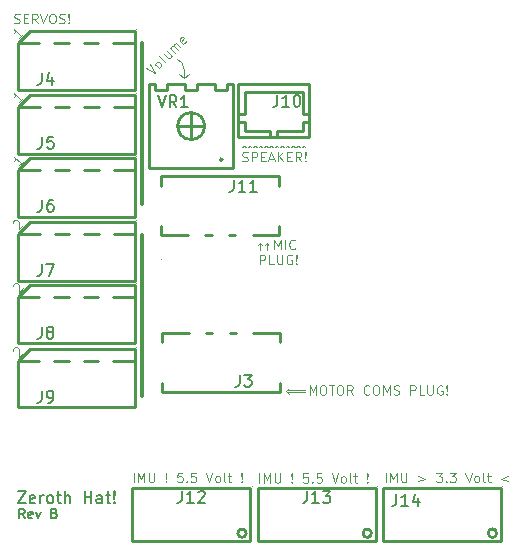
<source format=gto>
G04 #@! TF.GenerationSoftware,KiCad,Pcbnew,7.0.5-0*
G04 #@! TF.CreationDate,2024-12-03T11:17:58-08:00*
G04 #@! TF.ProjectId,MilkVHat,4d696c6b-5648-4617-942e-6b696361645f,rev?*
G04 #@! TF.SameCoordinates,PX5f5e100PY5f5e100*
G04 #@! TF.FileFunction,Legend,Top*
G04 #@! TF.FilePolarity,Positive*
%FSLAX46Y46*%
G04 Gerber Fmt 4.6, Leading zero omitted, Abs format (unit mm)*
G04 Created by KiCad (PCBNEW 7.0.5-0) date 2024-12-03 11:17:58*
%MOMM*%
%LPD*%
G01*
G04 APERTURE LIST*
%ADD10C,0.120000*%
%ADD11C,0.100000*%
%ADD12C,0.300000*%
%ADD13C,0.150000*%
%ADD14C,0.110000*%
%ADD15C,0.254000*%
%ADD16C,0.059995*%
G04 APERTURE END LIST*
D10*
X25081250Y13799999D02*
X23625000Y13799999D01*
X23500000Y13724999D02*
X23750000Y13974999D01*
X25075000Y13649999D02*
X23625000Y13649999D01*
X23500000Y13724999D02*
X23750000Y13474999D01*
D11*
X21300000Y26250000D02*
X21450000Y26100000D01*
X21850000Y26250000D02*
X21850000Y25700000D01*
D12*
X11300000Y13300000D02*
X11300000Y26925000D01*
D11*
X21300000Y26250000D02*
X21300000Y25700000D01*
D10*
X14850000Y40999999D02*
X14850000Y40199999D01*
X14850000Y40200000D02*
X15250000Y40550000D01*
D11*
X21850000Y26250000D02*
X22000000Y26100000D01*
X21150000Y26100000D02*
X21300000Y26250000D01*
D10*
X14849999Y41000000D02*
G75*
G03*
X14268793Y41806380I-849999J0D01*
G01*
D12*
X11300000Y29575000D02*
X11300000Y43200000D01*
D10*
X14850000Y40200000D02*
X14450000Y40550000D01*
D11*
X21700000Y26100000D02*
X21850000Y26250000D01*
D10*
X14450000Y40550000D02*
X14850000Y40200000D01*
D11*
X1204612Y43950425D02*
X881363Y43627176D01*
X1042987Y43788800D02*
X477302Y44354486D01*
X477302Y44354486D02*
X504239Y44219799D01*
X504239Y44219799D02*
X504239Y44112049D01*
X504239Y44112049D02*
X477302Y44031237D01*
X10581265Y6003104D02*
X10581265Y6803104D01*
X10962217Y6003104D02*
X10962217Y6803104D01*
X10962217Y6803104D02*
X11228883Y6231676D01*
X11228883Y6231676D02*
X11495550Y6803104D01*
X11495550Y6803104D02*
X11495550Y6003104D01*
X11876503Y6803104D02*
X11876503Y6155485D01*
X11876503Y6155485D02*
X11914598Y6079295D01*
X11914598Y6079295D02*
X11952693Y6041199D01*
X11952693Y6041199D02*
X12028884Y6003104D01*
X12028884Y6003104D02*
X12181265Y6003104D01*
X12181265Y6003104D02*
X12257455Y6041199D01*
X12257455Y6041199D02*
X12295550Y6079295D01*
X12295550Y6079295D02*
X12333646Y6155485D01*
X12333646Y6155485D02*
X12333646Y6803104D01*
X13324122Y6079295D02*
X13362217Y6041199D01*
X13362217Y6041199D02*
X13324122Y6003104D01*
X13324122Y6003104D02*
X13286026Y6041199D01*
X13286026Y6041199D02*
X13324122Y6079295D01*
X13324122Y6079295D02*
X13324122Y6003104D01*
X13324122Y6307866D02*
X13286026Y6765009D01*
X13286026Y6765009D02*
X13324122Y6803104D01*
X13324122Y6803104D02*
X13362217Y6765009D01*
X13362217Y6765009D02*
X13324122Y6307866D01*
X13324122Y6307866D02*
X13324122Y6803104D01*
X14695550Y6803104D02*
X14314598Y6803104D01*
X14314598Y6803104D02*
X14276502Y6422152D01*
X14276502Y6422152D02*
X14314598Y6460247D01*
X14314598Y6460247D02*
X14390788Y6498342D01*
X14390788Y6498342D02*
X14581264Y6498342D01*
X14581264Y6498342D02*
X14657455Y6460247D01*
X14657455Y6460247D02*
X14695550Y6422152D01*
X14695550Y6422152D02*
X14733645Y6345961D01*
X14733645Y6345961D02*
X14733645Y6155485D01*
X14733645Y6155485D02*
X14695550Y6079295D01*
X14695550Y6079295D02*
X14657455Y6041199D01*
X14657455Y6041199D02*
X14581264Y6003104D01*
X14581264Y6003104D02*
X14390788Y6003104D01*
X14390788Y6003104D02*
X14314598Y6041199D01*
X14314598Y6041199D02*
X14276502Y6079295D01*
X15076503Y6079295D02*
X15114598Y6041199D01*
X15114598Y6041199D02*
X15076503Y6003104D01*
X15076503Y6003104D02*
X15038407Y6041199D01*
X15038407Y6041199D02*
X15076503Y6079295D01*
X15076503Y6079295D02*
X15076503Y6003104D01*
X15838407Y6803104D02*
X15457455Y6803104D01*
X15457455Y6803104D02*
X15419359Y6422152D01*
X15419359Y6422152D02*
X15457455Y6460247D01*
X15457455Y6460247D02*
X15533645Y6498342D01*
X15533645Y6498342D02*
X15724121Y6498342D01*
X15724121Y6498342D02*
X15800312Y6460247D01*
X15800312Y6460247D02*
X15838407Y6422152D01*
X15838407Y6422152D02*
X15876502Y6345961D01*
X15876502Y6345961D02*
X15876502Y6155485D01*
X15876502Y6155485D02*
X15838407Y6079295D01*
X15838407Y6079295D02*
X15800312Y6041199D01*
X15800312Y6041199D02*
X15724121Y6003104D01*
X15724121Y6003104D02*
X15533645Y6003104D01*
X15533645Y6003104D02*
X15457455Y6041199D01*
X15457455Y6041199D02*
X15419359Y6079295D01*
X16714598Y6803104D02*
X16981265Y6003104D01*
X16981265Y6003104D02*
X17247931Y6803104D01*
X17628883Y6003104D02*
X17552693Y6041199D01*
X17552693Y6041199D02*
X17514598Y6079295D01*
X17514598Y6079295D02*
X17476502Y6155485D01*
X17476502Y6155485D02*
X17476502Y6384057D01*
X17476502Y6384057D02*
X17514598Y6460247D01*
X17514598Y6460247D02*
X17552693Y6498342D01*
X17552693Y6498342D02*
X17628883Y6536438D01*
X17628883Y6536438D02*
X17743169Y6536438D01*
X17743169Y6536438D02*
X17819360Y6498342D01*
X17819360Y6498342D02*
X17857455Y6460247D01*
X17857455Y6460247D02*
X17895550Y6384057D01*
X17895550Y6384057D02*
X17895550Y6155485D01*
X17895550Y6155485D02*
X17857455Y6079295D01*
X17857455Y6079295D02*
X17819360Y6041199D01*
X17819360Y6041199D02*
X17743169Y6003104D01*
X17743169Y6003104D02*
X17628883Y6003104D01*
X18352693Y6003104D02*
X18276503Y6041199D01*
X18276503Y6041199D02*
X18238408Y6117390D01*
X18238408Y6117390D02*
X18238408Y6803104D01*
X18543170Y6536438D02*
X18847932Y6536438D01*
X18657456Y6803104D02*
X18657456Y6117390D01*
X18657456Y6117390D02*
X18695551Y6041199D01*
X18695551Y6041199D02*
X18771741Y6003104D01*
X18771741Y6003104D02*
X18847932Y6003104D01*
X19724123Y6079295D02*
X19762218Y6041199D01*
X19762218Y6041199D02*
X19724123Y6003104D01*
X19724123Y6003104D02*
X19686027Y6041199D01*
X19686027Y6041199D02*
X19724123Y6079295D01*
X19724123Y6079295D02*
X19724123Y6003104D01*
X19724123Y6307866D02*
X19686027Y6765009D01*
X19686027Y6765009D02*
X19724123Y6803104D01*
X19724123Y6803104D02*
X19762218Y6765009D01*
X19762218Y6765009D02*
X19724123Y6307866D01*
X19724123Y6307866D02*
X19724123Y6803104D01*
X31931265Y6003104D02*
X31931265Y6803104D01*
X32312217Y6003104D02*
X32312217Y6803104D01*
X32312217Y6803104D02*
X32578883Y6231676D01*
X32578883Y6231676D02*
X32845550Y6803104D01*
X32845550Y6803104D02*
X32845550Y6003104D01*
X33226503Y6803104D02*
X33226503Y6155485D01*
X33226503Y6155485D02*
X33264598Y6079295D01*
X33264598Y6079295D02*
X33302693Y6041199D01*
X33302693Y6041199D02*
X33378884Y6003104D01*
X33378884Y6003104D02*
X33531265Y6003104D01*
X33531265Y6003104D02*
X33607455Y6041199D01*
X33607455Y6041199D02*
X33645550Y6079295D01*
X33645550Y6079295D02*
X33683646Y6155485D01*
X33683646Y6155485D02*
X33683646Y6803104D01*
X34674122Y6536438D02*
X35283646Y6307866D01*
X35283646Y6307866D02*
X34674122Y6079295D01*
X36197931Y6803104D02*
X36693169Y6803104D01*
X36693169Y6803104D02*
X36426503Y6498342D01*
X36426503Y6498342D02*
X36540788Y6498342D01*
X36540788Y6498342D02*
X36616979Y6460247D01*
X36616979Y6460247D02*
X36655074Y6422152D01*
X36655074Y6422152D02*
X36693169Y6345961D01*
X36693169Y6345961D02*
X36693169Y6155485D01*
X36693169Y6155485D02*
X36655074Y6079295D01*
X36655074Y6079295D02*
X36616979Y6041199D01*
X36616979Y6041199D02*
X36540788Y6003104D01*
X36540788Y6003104D02*
X36312217Y6003104D01*
X36312217Y6003104D02*
X36236026Y6041199D01*
X36236026Y6041199D02*
X36197931Y6079295D01*
X37036027Y6079295D02*
X37074122Y6041199D01*
X37074122Y6041199D02*
X37036027Y6003104D01*
X37036027Y6003104D02*
X36997931Y6041199D01*
X36997931Y6041199D02*
X37036027Y6079295D01*
X37036027Y6079295D02*
X37036027Y6003104D01*
X37340788Y6803104D02*
X37836026Y6803104D01*
X37836026Y6803104D02*
X37569360Y6498342D01*
X37569360Y6498342D02*
X37683645Y6498342D01*
X37683645Y6498342D02*
X37759836Y6460247D01*
X37759836Y6460247D02*
X37797931Y6422152D01*
X37797931Y6422152D02*
X37836026Y6345961D01*
X37836026Y6345961D02*
X37836026Y6155485D01*
X37836026Y6155485D02*
X37797931Y6079295D01*
X37797931Y6079295D02*
X37759836Y6041199D01*
X37759836Y6041199D02*
X37683645Y6003104D01*
X37683645Y6003104D02*
X37455074Y6003104D01*
X37455074Y6003104D02*
X37378883Y6041199D01*
X37378883Y6041199D02*
X37340788Y6079295D01*
X38674122Y6803104D02*
X38940789Y6003104D01*
X38940789Y6003104D02*
X39207455Y6803104D01*
X39588407Y6003104D02*
X39512217Y6041199D01*
X39512217Y6041199D02*
X39474122Y6079295D01*
X39474122Y6079295D02*
X39436026Y6155485D01*
X39436026Y6155485D02*
X39436026Y6384057D01*
X39436026Y6384057D02*
X39474122Y6460247D01*
X39474122Y6460247D02*
X39512217Y6498342D01*
X39512217Y6498342D02*
X39588407Y6536438D01*
X39588407Y6536438D02*
X39702693Y6536438D01*
X39702693Y6536438D02*
X39778884Y6498342D01*
X39778884Y6498342D02*
X39816979Y6460247D01*
X39816979Y6460247D02*
X39855074Y6384057D01*
X39855074Y6384057D02*
X39855074Y6155485D01*
X39855074Y6155485D02*
X39816979Y6079295D01*
X39816979Y6079295D02*
X39778884Y6041199D01*
X39778884Y6041199D02*
X39702693Y6003104D01*
X39702693Y6003104D02*
X39588407Y6003104D01*
X40312217Y6003104D02*
X40236027Y6041199D01*
X40236027Y6041199D02*
X40197932Y6117390D01*
X40197932Y6117390D02*
X40197932Y6803104D01*
X40502694Y6536438D02*
X40807456Y6536438D01*
X40616980Y6803104D02*
X40616980Y6117390D01*
X40616980Y6117390D02*
X40655075Y6041199D01*
X40655075Y6041199D02*
X40731265Y6003104D01*
X40731265Y6003104D02*
X40807456Y6003104D01*
X42293171Y6536438D02*
X41683647Y6307866D01*
X41683647Y6307866D02*
X42293171Y6079295D01*
X22500313Y25741104D02*
X22500313Y26541104D01*
X22500313Y26541104D02*
X22766979Y25969676D01*
X22766979Y25969676D02*
X23033646Y26541104D01*
X23033646Y26541104D02*
X23033646Y25741104D01*
X23414599Y25741104D02*
X23414599Y26541104D01*
X24252694Y25817295D02*
X24214598Y25779199D01*
X24214598Y25779199D02*
X24100313Y25741104D01*
X24100313Y25741104D02*
X24024122Y25741104D01*
X24024122Y25741104D02*
X23909836Y25779199D01*
X23909836Y25779199D02*
X23833646Y25855390D01*
X23833646Y25855390D02*
X23795551Y25931580D01*
X23795551Y25931580D02*
X23757455Y26083961D01*
X23757455Y26083961D02*
X23757455Y26198247D01*
X23757455Y26198247D02*
X23795551Y26350628D01*
X23795551Y26350628D02*
X23833646Y26426819D01*
X23833646Y26426819D02*
X23909836Y26503009D01*
X23909836Y26503009D02*
X24024122Y26541104D01*
X24024122Y26541104D02*
X24100313Y26541104D01*
X24100313Y26541104D02*
X24214598Y26503009D01*
X24214598Y26503009D02*
X24252694Y26464914D01*
X21281265Y24453104D02*
X21281265Y25253104D01*
X21281265Y25253104D02*
X21586027Y25253104D01*
X21586027Y25253104D02*
X21662217Y25215009D01*
X21662217Y25215009D02*
X21700312Y25176914D01*
X21700312Y25176914D02*
X21738408Y25100723D01*
X21738408Y25100723D02*
X21738408Y24986438D01*
X21738408Y24986438D02*
X21700312Y24910247D01*
X21700312Y24910247D02*
X21662217Y24872152D01*
X21662217Y24872152D02*
X21586027Y24834057D01*
X21586027Y24834057D02*
X21281265Y24834057D01*
X22462217Y24453104D02*
X22081265Y24453104D01*
X22081265Y24453104D02*
X22081265Y25253104D01*
X22728884Y25253104D02*
X22728884Y24605485D01*
X22728884Y24605485D02*
X22766979Y24529295D01*
X22766979Y24529295D02*
X22805074Y24491199D01*
X22805074Y24491199D02*
X22881265Y24453104D01*
X22881265Y24453104D02*
X23033646Y24453104D01*
X23033646Y24453104D02*
X23109836Y24491199D01*
X23109836Y24491199D02*
X23147931Y24529295D01*
X23147931Y24529295D02*
X23186027Y24605485D01*
X23186027Y24605485D02*
X23186027Y25253104D01*
X23986026Y25215009D02*
X23909836Y25253104D01*
X23909836Y25253104D02*
X23795550Y25253104D01*
X23795550Y25253104D02*
X23681264Y25215009D01*
X23681264Y25215009D02*
X23605074Y25138819D01*
X23605074Y25138819D02*
X23566979Y25062628D01*
X23566979Y25062628D02*
X23528883Y24910247D01*
X23528883Y24910247D02*
X23528883Y24795961D01*
X23528883Y24795961D02*
X23566979Y24643580D01*
X23566979Y24643580D02*
X23605074Y24567390D01*
X23605074Y24567390D02*
X23681264Y24491199D01*
X23681264Y24491199D02*
X23795550Y24453104D01*
X23795550Y24453104D02*
X23871741Y24453104D01*
X23871741Y24453104D02*
X23986026Y24491199D01*
X23986026Y24491199D02*
X24024122Y24529295D01*
X24024122Y24529295D02*
X24024122Y24795961D01*
X24024122Y24795961D02*
X23871741Y24795961D01*
X24366979Y24529295D02*
X24405074Y24491199D01*
X24405074Y24491199D02*
X24366979Y24453104D01*
X24366979Y24453104D02*
X24328883Y24491199D01*
X24328883Y24491199D02*
X24366979Y24529295D01*
X24366979Y24529295D02*
X24366979Y24453104D01*
X24366979Y24757866D02*
X24328883Y25215009D01*
X24328883Y25215009D02*
X24366979Y25253104D01*
X24366979Y25253104D02*
X24405074Y25215009D01*
X24405074Y25215009D02*
X24366979Y24757866D01*
X24366979Y24757866D02*
X24366979Y25253104D01*
X21231265Y5953104D02*
X21231265Y6753104D01*
X21612217Y5953104D02*
X21612217Y6753104D01*
X21612217Y6753104D02*
X21878883Y6181676D01*
X21878883Y6181676D02*
X22145550Y6753104D01*
X22145550Y6753104D02*
X22145550Y5953104D01*
X22526503Y6753104D02*
X22526503Y6105485D01*
X22526503Y6105485D02*
X22564598Y6029295D01*
X22564598Y6029295D02*
X22602693Y5991199D01*
X22602693Y5991199D02*
X22678884Y5953104D01*
X22678884Y5953104D02*
X22831265Y5953104D01*
X22831265Y5953104D02*
X22907455Y5991199D01*
X22907455Y5991199D02*
X22945550Y6029295D01*
X22945550Y6029295D02*
X22983646Y6105485D01*
X22983646Y6105485D02*
X22983646Y6753104D01*
X23974122Y6029295D02*
X24012217Y5991199D01*
X24012217Y5991199D02*
X23974122Y5953104D01*
X23974122Y5953104D02*
X23936026Y5991199D01*
X23936026Y5991199D02*
X23974122Y6029295D01*
X23974122Y6029295D02*
X23974122Y5953104D01*
X23974122Y6257866D02*
X23936026Y6715009D01*
X23936026Y6715009D02*
X23974122Y6753104D01*
X23974122Y6753104D02*
X24012217Y6715009D01*
X24012217Y6715009D02*
X23974122Y6257866D01*
X23974122Y6257866D02*
X23974122Y6753104D01*
X25345550Y6753104D02*
X24964598Y6753104D01*
X24964598Y6753104D02*
X24926502Y6372152D01*
X24926502Y6372152D02*
X24964598Y6410247D01*
X24964598Y6410247D02*
X25040788Y6448342D01*
X25040788Y6448342D02*
X25231264Y6448342D01*
X25231264Y6448342D02*
X25307455Y6410247D01*
X25307455Y6410247D02*
X25345550Y6372152D01*
X25345550Y6372152D02*
X25383645Y6295961D01*
X25383645Y6295961D02*
X25383645Y6105485D01*
X25383645Y6105485D02*
X25345550Y6029295D01*
X25345550Y6029295D02*
X25307455Y5991199D01*
X25307455Y5991199D02*
X25231264Y5953104D01*
X25231264Y5953104D02*
X25040788Y5953104D01*
X25040788Y5953104D02*
X24964598Y5991199D01*
X24964598Y5991199D02*
X24926502Y6029295D01*
X25726503Y6029295D02*
X25764598Y5991199D01*
X25764598Y5991199D02*
X25726503Y5953104D01*
X25726503Y5953104D02*
X25688407Y5991199D01*
X25688407Y5991199D02*
X25726503Y6029295D01*
X25726503Y6029295D02*
X25726503Y5953104D01*
X26488407Y6753104D02*
X26107455Y6753104D01*
X26107455Y6753104D02*
X26069359Y6372152D01*
X26069359Y6372152D02*
X26107455Y6410247D01*
X26107455Y6410247D02*
X26183645Y6448342D01*
X26183645Y6448342D02*
X26374121Y6448342D01*
X26374121Y6448342D02*
X26450312Y6410247D01*
X26450312Y6410247D02*
X26488407Y6372152D01*
X26488407Y6372152D02*
X26526502Y6295961D01*
X26526502Y6295961D02*
X26526502Y6105485D01*
X26526502Y6105485D02*
X26488407Y6029295D01*
X26488407Y6029295D02*
X26450312Y5991199D01*
X26450312Y5991199D02*
X26374121Y5953104D01*
X26374121Y5953104D02*
X26183645Y5953104D01*
X26183645Y5953104D02*
X26107455Y5991199D01*
X26107455Y5991199D02*
X26069359Y6029295D01*
X27364598Y6753104D02*
X27631265Y5953104D01*
X27631265Y5953104D02*
X27897931Y6753104D01*
X28278883Y5953104D02*
X28202693Y5991199D01*
X28202693Y5991199D02*
X28164598Y6029295D01*
X28164598Y6029295D02*
X28126502Y6105485D01*
X28126502Y6105485D02*
X28126502Y6334057D01*
X28126502Y6334057D02*
X28164598Y6410247D01*
X28164598Y6410247D02*
X28202693Y6448342D01*
X28202693Y6448342D02*
X28278883Y6486438D01*
X28278883Y6486438D02*
X28393169Y6486438D01*
X28393169Y6486438D02*
X28469360Y6448342D01*
X28469360Y6448342D02*
X28507455Y6410247D01*
X28507455Y6410247D02*
X28545550Y6334057D01*
X28545550Y6334057D02*
X28545550Y6105485D01*
X28545550Y6105485D02*
X28507455Y6029295D01*
X28507455Y6029295D02*
X28469360Y5991199D01*
X28469360Y5991199D02*
X28393169Y5953104D01*
X28393169Y5953104D02*
X28278883Y5953104D01*
X29002693Y5953104D02*
X28926503Y5991199D01*
X28926503Y5991199D02*
X28888408Y6067390D01*
X28888408Y6067390D02*
X28888408Y6753104D01*
X29193170Y6486438D02*
X29497932Y6486438D01*
X29307456Y6753104D02*
X29307456Y6067390D01*
X29307456Y6067390D02*
X29345551Y5991199D01*
X29345551Y5991199D02*
X29421741Y5953104D01*
X29421741Y5953104D02*
X29497932Y5953104D01*
X30374123Y6029295D02*
X30412218Y5991199D01*
X30412218Y5991199D02*
X30374123Y5953104D01*
X30374123Y5953104D02*
X30336027Y5991199D01*
X30336027Y5991199D02*
X30374123Y6029295D01*
X30374123Y6029295D02*
X30374123Y5953104D01*
X30374123Y6257866D02*
X30336027Y6715009D01*
X30336027Y6715009D02*
X30374123Y6753104D01*
X30374123Y6753104D02*
X30412218Y6715009D01*
X30412218Y6715009D02*
X30374123Y6257866D01*
X30374123Y6257866D02*
X30374123Y6753104D01*
X369552Y27938987D02*
X369552Y27992861D01*
X369552Y27992861D02*
X396490Y28073674D01*
X396490Y28073674D02*
X531177Y28208361D01*
X531177Y28208361D02*
X611989Y28235298D01*
X611989Y28235298D02*
X665864Y28235298D01*
X665864Y28235298D02*
X746676Y28208361D01*
X746676Y28208361D02*
X800551Y28154486D01*
X800551Y28154486D02*
X854425Y28046736D01*
X854425Y28046736D02*
X854425Y27400239D01*
X854425Y27400239D02*
X1204612Y27750425D01*
X25481265Y13403104D02*
X25481265Y14203104D01*
X25481265Y14203104D02*
X25747931Y13631676D01*
X25747931Y13631676D02*
X26014598Y14203104D01*
X26014598Y14203104D02*
X26014598Y13403104D01*
X26547932Y14203104D02*
X26700313Y14203104D01*
X26700313Y14203104D02*
X26776503Y14165009D01*
X26776503Y14165009D02*
X26852694Y14088819D01*
X26852694Y14088819D02*
X26890789Y13936438D01*
X26890789Y13936438D02*
X26890789Y13669771D01*
X26890789Y13669771D02*
X26852694Y13517390D01*
X26852694Y13517390D02*
X26776503Y13441199D01*
X26776503Y13441199D02*
X26700313Y13403104D01*
X26700313Y13403104D02*
X26547932Y13403104D01*
X26547932Y13403104D02*
X26471741Y13441199D01*
X26471741Y13441199D02*
X26395551Y13517390D01*
X26395551Y13517390D02*
X26357455Y13669771D01*
X26357455Y13669771D02*
X26357455Y13936438D01*
X26357455Y13936438D02*
X26395551Y14088819D01*
X26395551Y14088819D02*
X26471741Y14165009D01*
X26471741Y14165009D02*
X26547932Y14203104D01*
X27119360Y14203104D02*
X27576503Y14203104D01*
X27347931Y13403104D02*
X27347931Y14203104D01*
X27995551Y14203104D02*
X28147932Y14203104D01*
X28147932Y14203104D02*
X28224122Y14165009D01*
X28224122Y14165009D02*
X28300313Y14088819D01*
X28300313Y14088819D02*
X28338408Y13936438D01*
X28338408Y13936438D02*
X28338408Y13669771D01*
X28338408Y13669771D02*
X28300313Y13517390D01*
X28300313Y13517390D02*
X28224122Y13441199D01*
X28224122Y13441199D02*
X28147932Y13403104D01*
X28147932Y13403104D02*
X27995551Y13403104D01*
X27995551Y13403104D02*
X27919360Y13441199D01*
X27919360Y13441199D02*
X27843170Y13517390D01*
X27843170Y13517390D02*
X27805074Y13669771D01*
X27805074Y13669771D02*
X27805074Y13936438D01*
X27805074Y13936438D02*
X27843170Y14088819D01*
X27843170Y14088819D02*
X27919360Y14165009D01*
X27919360Y14165009D02*
X27995551Y14203104D01*
X29138408Y13403104D02*
X28871741Y13784057D01*
X28681265Y13403104D02*
X28681265Y14203104D01*
X28681265Y14203104D02*
X28986027Y14203104D01*
X28986027Y14203104D02*
X29062217Y14165009D01*
X29062217Y14165009D02*
X29100312Y14126914D01*
X29100312Y14126914D02*
X29138408Y14050723D01*
X29138408Y14050723D02*
X29138408Y13936438D01*
X29138408Y13936438D02*
X29100312Y13860247D01*
X29100312Y13860247D02*
X29062217Y13822152D01*
X29062217Y13822152D02*
X28986027Y13784057D01*
X28986027Y13784057D02*
X28681265Y13784057D01*
X30547932Y13479295D02*
X30509836Y13441199D01*
X30509836Y13441199D02*
X30395551Y13403104D01*
X30395551Y13403104D02*
X30319360Y13403104D01*
X30319360Y13403104D02*
X30205074Y13441199D01*
X30205074Y13441199D02*
X30128884Y13517390D01*
X30128884Y13517390D02*
X30090789Y13593580D01*
X30090789Y13593580D02*
X30052693Y13745961D01*
X30052693Y13745961D02*
X30052693Y13860247D01*
X30052693Y13860247D02*
X30090789Y14012628D01*
X30090789Y14012628D02*
X30128884Y14088819D01*
X30128884Y14088819D02*
X30205074Y14165009D01*
X30205074Y14165009D02*
X30319360Y14203104D01*
X30319360Y14203104D02*
X30395551Y14203104D01*
X30395551Y14203104D02*
X30509836Y14165009D01*
X30509836Y14165009D02*
X30547932Y14126914D01*
X31043170Y14203104D02*
X31195551Y14203104D01*
X31195551Y14203104D02*
X31271741Y14165009D01*
X31271741Y14165009D02*
X31347932Y14088819D01*
X31347932Y14088819D02*
X31386027Y13936438D01*
X31386027Y13936438D02*
X31386027Y13669771D01*
X31386027Y13669771D02*
X31347932Y13517390D01*
X31347932Y13517390D02*
X31271741Y13441199D01*
X31271741Y13441199D02*
X31195551Y13403104D01*
X31195551Y13403104D02*
X31043170Y13403104D01*
X31043170Y13403104D02*
X30966979Y13441199D01*
X30966979Y13441199D02*
X30890789Y13517390D01*
X30890789Y13517390D02*
X30852693Y13669771D01*
X30852693Y13669771D02*
X30852693Y13936438D01*
X30852693Y13936438D02*
X30890789Y14088819D01*
X30890789Y14088819D02*
X30966979Y14165009D01*
X30966979Y14165009D02*
X31043170Y14203104D01*
X31728884Y13403104D02*
X31728884Y14203104D01*
X31728884Y14203104D02*
X31995550Y13631676D01*
X31995550Y13631676D02*
X32262217Y14203104D01*
X32262217Y14203104D02*
X32262217Y13403104D01*
X32605074Y13441199D02*
X32719360Y13403104D01*
X32719360Y13403104D02*
X32909836Y13403104D01*
X32909836Y13403104D02*
X32986027Y13441199D01*
X32986027Y13441199D02*
X33024122Y13479295D01*
X33024122Y13479295D02*
X33062217Y13555485D01*
X33062217Y13555485D02*
X33062217Y13631676D01*
X33062217Y13631676D02*
X33024122Y13707866D01*
X33024122Y13707866D02*
X32986027Y13745961D01*
X32986027Y13745961D02*
X32909836Y13784057D01*
X32909836Y13784057D02*
X32757455Y13822152D01*
X32757455Y13822152D02*
X32681265Y13860247D01*
X32681265Y13860247D02*
X32643170Y13898342D01*
X32643170Y13898342D02*
X32605074Y13974533D01*
X32605074Y13974533D02*
X32605074Y14050723D01*
X32605074Y14050723D02*
X32643170Y14126914D01*
X32643170Y14126914D02*
X32681265Y14165009D01*
X32681265Y14165009D02*
X32757455Y14203104D01*
X32757455Y14203104D02*
X32947932Y14203104D01*
X32947932Y14203104D02*
X33062217Y14165009D01*
X34014599Y13403104D02*
X34014599Y14203104D01*
X34014599Y14203104D02*
X34319361Y14203104D01*
X34319361Y14203104D02*
X34395551Y14165009D01*
X34395551Y14165009D02*
X34433646Y14126914D01*
X34433646Y14126914D02*
X34471742Y14050723D01*
X34471742Y14050723D02*
X34471742Y13936438D01*
X34471742Y13936438D02*
X34433646Y13860247D01*
X34433646Y13860247D02*
X34395551Y13822152D01*
X34395551Y13822152D02*
X34319361Y13784057D01*
X34319361Y13784057D02*
X34014599Y13784057D01*
X35195551Y13403104D02*
X34814599Y13403104D01*
X34814599Y13403104D02*
X34814599Y14203104D01*
X35462218Y14203104D02*
X35462218Y13555485D01*
X35462218Y13555485D02*
X35500313Y13479295D01*
X35500313Y13479295D02*
X35538408Y13441199D01*
X35538408Y13441199D02*
X35614599Y13403104D01*
X35614599Y13403104D02*
X35766980Y13403104D01*
X35766980Y13403104D02*
X35843170Y13441199D01*
X35843170Y13441199D02*
X35881265Y13479295D01*
X35881265Y13479295D02*
X35919361Y13555485D01*
X35919361Y13555485D02*
X35919361Y14203104D01*
X36719360Y14165009D02*
X36643170Y14203104D01*
X36643170Y14203104D02*
X36528884Y14203104D01*
X36528884Y14203104D02*
X36414598Y14165009D01*
X36414598Y14165009D02*
X36338408Y14088819D01*
X36338408Y14088819D02*
X36300313Y14012628D01*
X36300313Y14012628D02*
X36262217Y13860247D01*
X36262217Y13860247D02*
X36262217Y13745961D01*
X36262217Y13745961D02*
X36300313Y13593580D01*
X36300313Y13593580D02*
X36338408Y13517390D01*
X36338408Y13517390D02*
X36414598Y13441199D01*
X36414598Y13441199D02*
X36528884Y13403104D01*
X36528884Y13403104D02*
X36605075Y13403104D01*
X36605075Y13403104D02*
X36719360Y13441199D01*
X36719360Y13441199D02*
X36757456Y13479295D01*
X36757456Y13479295D02*
X36757456Y13745961D01*
X36757456Y13745961D02*
X36605075Y13745961D01*
X37100313Y13479295D02*
X37138408Y13441199D01*
X37138408Y13441199D02*
X37100313Y13403104D01*
X37100313Y13403104D02*
X37062217Y13441199D01*
X37062217Y13441199D02*
X37100313Y13479295D01*
X37100313Y13479295D02*
X37100313Y13403104D01*
X37100313Y13707866D02*
X37062217Y14165009D01*
X37062217Y14165009D02*
X37100313Y14203104D01*
X37100313Y14203104D02*
X37138408Y14165009D01*
X37138408Y14165009D02*
X37100313Y13707866D01*
X37100313Y13707866D02*
X37100313Y14203104D01*
D13*
X1371303Y2955704D02*
X1104636Y3336657D01*
X914160Y2955704D02*
X914160Y3755704D01*
X914160Y3755704D02*
X1218922Y3755704D01*
X1218922Y3755704D02*
X1295112Y3717609D01*
X1295112Y3717609D02*
X1333207Y3679514D01*
X1333207Y3679514D02*
X1371303Y3603323D01*
X1371303Y3603323D02*
X1371303Y3489038D01*
X1371303Y3489038D02*
X1333207Y3412847D01*
X1333207Y3412847D02*
X1295112Y3374752D01*
X1295112Y3374752D02*
X1218922Y3336657D01*
X1218922Y3336657D02*
X914160Y3336657D01*
X2018922Y2993799D02*
X1942731Y2955704D01*
X1942731Y2955704D02*
X1790350Y2955704D01*
X1790350Y2955704D02*
X1714160Y2993799D01*
X1714160Y2993799D02*
X1676064Y3069990D01*
X1676064Y3069990D02*
X1676064Y3374752D01*
X1676064Y3374752D02*
X1714160Y3450942D01*
X1714160Y3450942D02*
X1790350Y3489038D01*
X1790350Y3489038D02*
X1942731Y3489038D01*
X1942731Y3489038D02*
X2018922Y3450942D01*
X2018922Y3450942D02*
X2057017Y3374752D01*
X2057017Y3374752D02*
X2057017Y3298561D01*
X2057017Y3298561D02*
X1676064Y3222371D01*
X2323683Y3489038D02*
X2514159Y2955704D01*
X2514159Y2955704D02*
X2704636Y3489038D01*
X3885588Y3374752D02*
X3999874Y3336657D01*
X3999874Y3336657D02*
X4037969Y3298561D01*
X4037969Y3298561D02*
X4076065Y3222371D01*
X4076065Y3222371D02*
X4076065Y3108085D01*
X4076065Y3108085D02*
X4037969Y3031895D01*
X4037969Y3031895D02*
X3999874Y2993799D01*
X3999874Y2993799D02*
X3923684Y2955704D01*
X3923684Y2955704D02*
X3618922Y2955704D01*
X3618922Y2955704D02*
X3618922Y3755704D01*
X3618922Y3755704D02*
X3885588Y3755704D01*
X3885588Y3755704D02*
X3961779Y3717609D01*
X3961779Y3717609D02*
X3999874Y3679514D01*
X3999874Y3679514D02*
X4037969Y3603323D01*
X4037969Y3603323D02*
X4037969Y3527133D01*
X4037969Y3527133D02*
X3999874Y3450942D01*
X3999874Y3450942D02*
X3961779Y3412847D01*
X3961779Y3412847D02*
X3885588Y3374752D01*
X3885588Y3374752D02*
X3618922Y3374752D01*
D11*
X19768169Y33191200D02*
X19882455Y33153105D01*
X19882455Y33153105D02*
X20072931Y33153105D01*
X20072931Y33153105D02*
X20149122Y33191200D01*
X20149122Y33191200D02*
X20187217Y33229296D01*
X20187217Y33229296D02*
X20225312Y33305486D01*
X20225312Y33305486D02*
X20225312Y33381677D01*
X20225312Y33381677D02*
X20187217Y33457867D01*
X20187217Y33457867D02*
X20149122Y33495962D01*
X20149122Y33495962D02*
X20072931Y33534058D01*
X20072931Y33534058D02*
X19920550Y33572153D01*
X19920550Y33572153D02*
X19844360Y33610248D01*
X19844360Y33610248D02*
X19806265Y33648343D01*
X19806265Y33648343D02*
X19768169Y33724534D01*
X19768169Y33724534D02*
X19768169Y33800724D01*
X19768169Y33800724D02*
X19806265Y33876915D01*
X19806265Y33876915D02*
X19844360Y33915010D01*
X19844360Y33915010D02*
X19920550Y33953105D01*
X19920550Y33953105D02*
X20111027Y33953105D01*
X20111027Y33953105D02*
X20225312Y33915010D01*
X20568170Y33153105D02*
X20568170Y33953105D01*
X20568170Y33953105D02*
X20872932Y33953105D01*
X20872932Y33953105D02*
X20949122Y33915010D01*
X20949122Y33915010D02*
X20987217Y33876915D01*
X20987217Y33876915D02*
X21025313Y33800724D01*
X21025313Y33800724D02*
X21025313Y33686439D01*
X21025313Y33686439D02*
X20987217Y33610248D01*
X20987217Y33610248D02*
X20949122Y33572153D01*
X20949122Y33572153D02*
X20872932Y33534058D01*
X20872932Y33534058D02*
X20568170Y33534058D01*
X21368170Y33572153D02*
X21634836Y33572153D01*
X21749122Y33153105D02*
X21368170Y33153105D01*
X21368170Y33153105D02*
X21368170Y33953105D01*
X21368170Y33953105D02*
X21749122Y33953105D01*
X22053884Y33381677D02*
X22434837Y33381677D01*
X21977694Y33153105D02*
X22244361Y33953105D01*
X22244361Y33953105D02*
X22511027Y33153105D01*
X22777694Y33153105D02*
X22777694Y33953105D01*
X23234837Y33153105D02*
X22891979Y33610248D01*
X23234837Y33953105D02*
X22777694Y33495962D01*
X23577694Y33572153D02*
X23844360Y33572153D01*
X23958646Y33153105D02*
X23577694Y33153105D01*
X23577694Y33153105D02*
X23577694Y33953105D01*
X23577694Y33953105D02*
X23958646Y33953105D01*
X24758647Y33153105D02*
X24491980Y33534058D01*
X24301504Y33153105D02*
X24301504Y33953105D01*
X24301504Y33953105D02*
X24606266Y33953105D01*
X24606266Y33953105D02*
X24682456Y33915010D01*
X24682456Y33915010D02*
X24720551Y33876915D01*
X24720551Y33876915D02*
X24758647Y33800724D01*
X24758647Y33800724D02*
X24758647Y33686439D01*
X24758647Y33686439D02*
X24720551Y33610248D01*
X24720551Y33610248D02*
X24682456Y33572153D01*
X24682456Y33572153D02*
X24606266Y33534058D01*
X24606266Y33534058D02*
X24301504Y33534058D01*
X25101504Y33229296D02*
X25139599Y33191200D01*
X25139599Y33191200D02*
X25101504Y33153105D01*
X25101504Y33153105D02*
X25063408Y33191200D01*
X25063408Y33191200D02*
X25101504Y33229296D01*
X25101504Y33229296D02*
X25101504Y33153105D01*
X25101504Y33457867D02*
X25063408Y33915010D01*
X25063408Y33915010D02*
X25101504Y33953105D01*
X25101504Y33953105D02*
X25139599Y33915010D01*
X25139599Y33915010D02*
X25101504Y33457867D01*
X25101504Y33457867D02*
X25101504Y33953105D01*
D14*
X474748Y44891720D02*
X589034Y44853625D01*
X589034Y44853625D02*
X779510Y44853625D01*
X779510Y44853625D02*
X855701Y44891720D01*
X855701Y44891720D02*
X893796Y44929816D01*
X893796Y44929816D02*
X931891Y45006006D01*
X931891Y45006006D02*
X931891Y45082197D01*
X931891Y45082197D02*
X893796Y45158387D01*
X893796Y45158387D02*
X855701Y45196482D01*
X855701Y45196482D02*
X779510Y45234578D01*
X779510Y45234578D02*
X627129Y45272673D01*
X627129Y45272673D02*
X550939Y45310768D01*
X550939Y45310768D02*
X512844Y45348863D01*
X512844Y45348863D02*
X474748Y45425054D01*
X474748Y45425054D02*
X474748Y45501244D01*
X474748Y45501244D02*
X512844Y45577435D01*
X512844Y45577435D02*
X550939Y45615530D01*
X550939Y45615530D02*
X627129Y45653625D01*
X627129Y45653625D02*
X817606Y45653625D01*
X817606Y45653625D02*
X931891Y45615530D01*
X1274749Y45272673D02*
X1541415Y45272673D01*
X1655701Y44853625D02*
X1274749Y44853625D01*
X1274749Y44853625D02*
X1274749Y45653625D01*
X1274749Y45653625D02*
X1655701Y45653625D01*
X2455702Y44853625D02*
X2189035Y45234578D01*
X1998559Y44853625D02*
X1998559Y45653625D01*
X1998559Y45653625D02*
X2303321Y45653625D01*
X2303321Y45653625D02*
X2379511Y45615530D01*
X2379511Y45615530D02*
X2417606Y45577435D01*
X2417606Y45577435D02*
X2455702Y45501244D01*
X2455702Y45501244D02*
X2455702Y45386959D01*
X2455702Y45386959D02*
X2417606Y45310768D01*
X2417606Y45310768D02*
X2379511Y45272673D01*
X2379511Y45272673D02*
X2303321Y45234578D01*
X2303321Y45234578D02*
X1998559Y45234578D01*
X2684273Y45653625D02*
X2950940Y44853625D01*
X2950940Y44853625D02*
X3217606Y45653625D01*
X3636654Y45653625D02*
X3789035Y45653625D01*
X3789035Y45653625D02*
X3865225Y45615530D01*
X3865225Y45615530D02*
X3941416Y45539340D01*
X3941416Y45539340D02*
X3979511Y45386959D01*
X3979511Y45386959D02*
X3979511Y45120292D01*
X3979511Y45120292D02*
X3941416Y44967911D01*
X3941416Y44967911D02*
X3865225Y44891720D01*
X3865225Y44891720D02*
X3789035Y44853625D01*
X3789035Y44853625D02*
X3636654Y44853625D01*
X3636654Y44853625D02*
X3560463Y44891720D01*
X3560463Y44891720D02*
X3484273Y44967911D01*
X3484273Y44967911D02*
X3446177Y45120292D01*
X3446177Y45120292D02*
X3446177Y45386959D01*
X3446177Y45386959D02*
X3484273Y45539340D01*
X3484273Y45539340D02*
X3560463Y45615530D01*
X3560463Y45615530D02*
X3636654Y45653625D01*
X4284272Y44891720D02*
X4398558Y44853625D01*
X4398558Y44853625D02*
X4589034Y44853625D01*
X4589034Y44853625D02*
X4665225Y44891720D01*
X4665225Y44891720D02*
X4703320Y44929816D01*
X4703320Y44929816D02*
X4741415Y45006006D01*
X4741415Y45006006D02*
X4741415Y45082197D01*
X4741415Y45082197D02*
X4703320Y45158387D01*
X4703320Y45158387D02*
X4665225Y45196482D01*
X4665225Y45196482D02*
X4589034Y45234578D01*
X4589034Y45234578D02*
X4436653Y45272673D01*
X4436653Y45272673D02*
X4360463Y45310768D01*
X4360463Y45310768D02*
X4322368Y45348863D01*
X4322368Y45348863D02*
X4284272Y45425054D01*
X4284272Y45425054D02*
X4284272Y45501244D01*
X4284272Y45501244D02*
X4322368Y45577435D01*
X4322368Y45577435D02*
X4360463Y45615530D01*
X4360463Y45615530D02*
X4436653Y45653625D01*
X4436653Y45653625D02*
X4627130Y45653625D01*
X4627130Y45653625D02*
X4741415Y45615530D01*
X5084273Y44929816D02*
X5122368Y44891720D01*
X5122368Y44891720D02*
X5084273Y44853625D01*
X5084273Y44853625D02*
X5046177Y44891720D01*
X5046177Y44891720D02*
X5084273Y44929816D01*
X5084273Y44929816D02*
X5084273Y44853625D01*
X5084273Y45158387D02*
X5046177Y45615530D01*
X5046177Y45615530D02*
X5084273Y45653625D01*
X5084273Y45653625D02*
X5122368Y45615530D01*
X5122368Y45615530D02*
X5084273Y45158387D01*
X5084273Y45158387D02*
X5084273Y45653625D01*
D13*
X766541Y5230180D02*
X1433207Y5230180D01*
X1433207Y5230180D02*
X766541Y4230180D01*
X766541Y4230180D02*
X1433207Y4230180D01*
X2195112Y4277799D02*
X2099874Y4230180D01*
X2099874Y4230180D02*
X1909398Y4230180D01*
X1909398Y4230180D02*
X1814160Y4277799D01*
X1814160Y4277799D02*
X1766541Y4373038D01*
X1766541Y4373038D02*
X1766541Y4753990D01*
X1766541Y4753990D02*
X1814160Y4849228D01*
X1814160Y4849228D02*
X1909398Y4896847D01*
X1909398Y4896847D02*
X2099874Y4896847D01*
X2099874Y4896847D02*
X2195112Y4849228D01*
X2195112Y4849228D02*
X2242731Y4753990D01*
X2242731Y4753990D02*
X2242731Y4658752D01*
X2242731Y4658752D02*
X1766541Y4563514D01*
X2671303Y4230180D02*
X2671303Y4896847D01*
X2671303Y4706371D02*
X2718922Y4801609D01*
X2718922Y4801609D02*
X2766541Y4849228D01*
X2766541Y4849228D02*
X2861779Y4896847D01*
X2861779Y4896847D02*
X2957017Y4896847D01*
X3433208Y4230180D02*
X3337970Y4277799D01*
X3337970Y4277799D02*
X3290351Y4325419D01*
X3290351Y4325419D02*
X3242732Y4420657D01*
X3242732Y4420657D02*
X3242732Y4706371D01*
X3242732Y4706371D02*
X3290351Y4801609D01*
X3290351Y4801609D02*
X3337970Y4849228D01*
X3337970Y4849228D02*
X3433208Y4896847D01*
X3433208Y4896847D02*
X3576065Y4896847D01*
X3576065Y4896847D02*
X3671303Y4849228D01*
X3671303Y4849228D02*
X3718922Y4801609D01*
X3718922Y4801609D02*
X3766541Y4706371D01*
X3766541Y4706371D02*
X3766541Y4420657D01*
X3766541Y4420657D02*
X3718922Y4325419D01*
X3718922Y4325419D02*
X3671303Y4277799D01*
X3671303Y4277799D02*
X3576065Y4230180D01*
X3576065Y4230180D02*
X3433208Y4230180D01*
X4052256Y4896847D02*
X4433208Y4896847D01*
X4195113Y5230180D02*
X4195113Y4373038D01*
X4195113Y4373038D02*
X4242732Y4277799D01*
X4242732Y4277799D02*
X4337970Y4230180D01*
X4337970Y4230180D02*
X4433208Y4230180D01*
X4766542Y4230180D02*
X4766542Y5230180D01*
X5195113Y4230180D02*
X5195113Y4753990D01*
X5195113Y4753990D02*
X5147494Y4849228D01*
X5147494Y4849228D02*
X5052256Y4896847D01*
X5052256Y4896847D02*
X4909399Y4896847D01*
X4909399Y4896847D02*
X4814161Y4849228D01*
X4814161Y4849228D02*
X4766542Y4801609D01*
X6433209Y4230180D02*
X6433209Y5230180D01*
X6433209Y4753990D02*
X7004637Y4753990D01*
X7004637Y4230180D02*
X7004637Y5230180D01*
X7909399Y4230180D02*
X7909399Y4753990D01*
X7909399Y4753990D02*
X7861780Y4849228D01*
X7861780Y4849228D02*
X7766542Y4896847D01*
X7766542Y4896847D02*
X7576066Y4896847D01*
X7576066Y4896847D02*
X7480828Y4849228D01*
X7909399Y4277799D02*
X7814161Y4230180D01*
X7814161Y4230180D02*
X7576066Y4230180D01*
X7576066Y4230180D02*
X7480828Y4277799D01*
X7480828Y4277799D02*
X7433209Y4373038D01*
X7433209Y4373038D02*
X7433209Y4468276D01*
X7433209Y4468276D02*
X7480828Y4563514D01*
X7480828Y4563514D02*
X7576066Y4611133D01*
X7576066Y4611133D02*
X7814161Y4611133D01*
X7814161Y4611133D02*
X7909399Y4658752D01*
X8242733Y4896847D02*
X8623685Y4896847D01*
X8385590Y5230180D02*
X8385590Y4373038D01*
X8385590Y4373038D02*
X8433209Y4277799D01*
X8433209Y4277799D02*
X8528447Y4230180D01*
X8528447Y4230180D02*
X8623685Y4230180D01*
X8957019Y4325419D02*
X9004638Y4277799D01*
X9004638Y4277799D02*
X8957019Y4230180D01*
X8957019Y4230180D02*
X8909400Y4277799D01*
X8909400Y4277799D02*
X8957019Y4325419D01*
X8957019Y4325419D02*
X8957019Y4230180D01*
X8957019Y4611133D02*
X8909400Y5182561D01*
X8909400Y5182561D02*
X8957019Y5230180D01*
X8957019Y5230180D02*
X9004638Y5182561D01*
X9004638Y5182561D02*
X8957019Y4611133D01*
X8957019Y4611133D02*
X8957019Y5230180D01*
D11*
X369552Y17138987D02*
X369552Y17192861D01*
X369552Y17192861D02*
X396490Y17273674D01*
X396490Y17273674D02*
X531177Y17408361D01*
X531177Y17408361D02*
X611989Y17435298D01*
X611989Y17435298D02*
X665864Y17435298D01*
X665864Y17435298D02*
X746676Y17408361D01*
X746676Y17408361D02*
X800551Y17354486D01*
X800551Y17354486D02*
X854425Y17246736D01*
X854425Y17246736D02*
X854425Y16600239D01*
X854425Y16600239D02*
X1204612Y16950425D01*
X1204612Y38550425D02*
X881363Y38227176D01*
X1042987Y38388800D02*
X477302Y38954486D01*
X477302Y38954486D02*
X504239Y38819799D01*
X504239Y38819799D02*
X504239Y38712049D01*
X504239Y38712049D02*
X477302Y38631237D01*
X369552Y22588987D02*
X369552Y22642861D01*
X369552Y22642861D02*
X396490Y22723674D01*
X396490Y22723674D02*
X531177Y22858361D01*
X531177Y22858361D02*
X611989Y22885298D01*
X611989Y22885298D02*
X665864Y22885298D01*
X665864Y22885298D02*
X746676Y22858361D01*
X746676Y22858361D02*
X800551Y22804486D01*
X800551Y22804486D02*
X854425Y22696736D01*
X854425Y22696736D02*
X854425Y22050239D01*
X854425Y22050239D02*
X1204612Y22400425D01*
X19791979Y34376915D02*
X19944360Y34491200D01*
X19944360Y34491200D02*
X20096741Y34376915D01*
X20249122Y34376915D02*
X20401503Y34491200D01*
X20401503Y34491200D02*
X20553884Y34376915D01*
X20706265Y34376915D02*
X20858646Y34491200D01*
X20858646Y34491200D02*
X21011027Y34376915D01*
X21163408Y34376915D02*
X21315789Y34491200D01*
X21315789Y34491200D02*
X21468170Y34376915D01*
X21620551Y34376915D02*
X21772932Y34491200D01*
X21772932Y34491200D02*
X21925313Y34376915D01*
X22077694Y34376915D02*
X22230075Y34491200D01*
X22230075Y34491200D02*
X22382456Y34376915D01*
X22534837Y34376915D02*
X22687218Y34491200D01*
X22687218Y34491200D02*
X22839599Y34376915D01*
X22991980Y34376915D02*
X23144361Y34491200D01*
X23144361Y34491200D02*
X23296742Y34376915D01*
X23449123Y34376915D02*
X23601504Y34491200D01*
X23601504Y34491200D02*
X23753885Y34376915D01*
X23906266Y34376915D02*
X24058647Y34491200D01*
X24058647Y34491200D02*
X24211028Y34376915D01*
X24363409Y34376915D02*
X24515790Y34491200D01*
X24515790Y34491200D02*
X24668171Y34376915D01*
X24820552Y34376915D02*
X24972933Y34491200D01*
X24972933Y34491200D02*
X25125314Y34376915D01*
X1204612Y33150425D02*
X881363Y32827176D01*
X1042987Y32988800D02*
X477302Y33554486D01*
X477302Y33554486D02*
X504239Y33419799D01*
X504239Y33419799D02*
X504239Y33312049D01*
X504239Y33312049D02*
X477302Y33231237D01*
X11611803Y41038987D02*
X12366050Y40661863D01*
X12366050Y40661863D02*
X11988926Y41416110D01*
X12823986Y41119799D02*
X12743173Y41092861D01*
X12743173Y41092861D02*
X12689298Y41092861D01*
X12689298Y41092861D02*
X12608486Y41119799D01*
X12608486Y41119799D02*
X12446862Y41281423D01*
X12446862Y41281423D02*
X12419924Y41362235D01*
X12419924Y41362235D02*
X12419924Y41416110D01*
X12419924Y41416110D02*
X12446862Y41496922D01*
X12446862Y41496922D02*
X12527674Y41577734D01*
X12527674Y41577734D02*
X12608486Y41604672D01*
X12608486Y41604672D02*
X12662361Y41604672D01*
X12662361Y41604672D02*
X12743173Y41577734D01*
X12743173Y41577734D02*
X12904798Y41416110D01*
X12904798Y41416110D02*
X12931735Y41335298D01*
X12931735Y41335298D02*
X12931735Y41281423D01*
X12931735Y41281423D02*
X12904798Y41200611D01*
X12904798Y41200611D02*
X12823986Y41119799D01*
X13335796Y41631610D02*
X13254984Y41604672D01*
X13254984Y41604672D02*
X13174172Y41631610D01*
X13174172Y41631610D02*
X12689299Y42116483D01*
X13416609Y42466669D02*
X13793733Y42089546D01*
X13174172Y42224233D02*
X13470484Y41927921D01*
X13470484Y41927921D02*
X13551296Y41900984D01*
X13551296Y41900984D02*
X13632108Y41927921D01*
X13632108Y41927921D02*
X13712920Y42008733D01*
X13712920Y42008733D02*
X13739858Y42089546D01*
X13739858Y42089546D02*
X13739858Y42143421D01*
X14063107Y42358920D02*
X13685983Y42736044D01*
X13739858Y42682169D02*
X13739858Y42736044D01*
X13739858Y42736044D02*
X13766795Y42816856D01*
X13766795Y42816856D02*
X13847608Y42897668D01*
X13847608Y42897668D02*
X13928420Y42924605D01*
X13928420Y42924605D02*
X14009232Y42897668D01*
X14009232Y42897668D02*
X14305544Y42601357D01*
X14009232Y42897668D02*
X13982295Y42978480D01*
X13982295Y42978480D02*
X14009232Y43059292D01*
X14009232Y43059292D02*
X14090044Y43140105D01*
X14090044Y43140105D02*
X14170857Y43167042D01*
X14170857Y43167042D02*
X14251669Y43140105D01*
X14251669Y43140105D02*
X14547980Y42843793D01*
X15005916Y43355604D02*
X14978979Y43274792D01*
X14978979Y43274792D02*
X14871229Y43167042D01*
X14871229Y43167042D02*
X14790417Y43140105D01*
X14790417Y43140105D02*
X14709605Y43167042D01*
X14709605Y43167042D02*
X14494106Y43382542D01*
X14494106Y43382542D02*
X14467168Y43463354D01*
X14467168Y43463354D02*
X14494106Y43544166D01*
X14494106Y43544166D02*
X14601855Y43651916D01*
X14601855Y43651916D02*
X14682667Y43678853D01*
X14682667Y43678853D02*
X14763480Y43651916D01*
X14763480Y43651916D02*
X14817354Y43598041D01*
X14817354Y43598041D02*
X14601855Y43274792D01*
D13*
X32815476Y4995180D02*
X32815476Y4280895D01*
X32815476Y4280895D02*
X32767857Y4138038D01*
X32767857Y4138038D02*
X32672619Y4042799D01*
X32672619Y4042799D02*
X32529762Y3995180D01*
X32529762Y3995180D02*
X32434524Y3995180D01*
X33815476Y3995180D02*
X33244048Y3995180D01*
X33529762Y3995180D02*
X33529762Y4995180D01*
X33529762Y4995180D02*
X33434524Y4852323D01*
X33434524Y4852323D02*
X33339286Y4757085D01*
X33339286Y4757085D02*
X33244048Y4709466D01*
X34672619Y4661847D02*
X34672619Y3995180D01*
X34434524Y5042799D02*
X34196429Y4328514D01*
X34196429Y4328514D02*
X34815476Y4328514D01*
X14665476Y5245180D02*
X14665476Y4530895D01*
X14665476Y4530895D02*
X14617857Y4388038D01*
X14617857Y4388038D02*
X14522619Y4292799D01*
X14522619Y4292799D02*
X14379762Y4245180D01*
X14379762Y4245180D02*
X14284524Y4245180D01*
X15665476Y4245180D02*
X15094048Y4245180D01*
X15379762Y4245180D02*
X15379762Y5245180D01*
X15379762Y5245180D02*
X15284524Y5102323D01*
X15284524Y5102323D02*
X15189286Y5007085D01*
X15189286Y5007085D02*
X15094048Y4959466D01*
X16046429Y5149942D02*
X16094048Y5197561D01*
X16094048Y5197561D02*
X16189286Y5245180D01*
X16189286Y5245180D02*
X16427381Y5245180D01*
X16427381Y5245180D02*
X16522619Y5197561D01*
X16522619Y5197561D02*
X16570238Y5149942D01*
X16570238Y5149942D02*
X16617857Y5054704D01*
X16617857Y5054704D02*
X16617857Y4959466D01*
X16617857Y4959466D02*
X16570238Y4816609D01*
X16570238Y4816609D02*
X15998810Y4245180D01*
X15998810Y4245180D02*
X16617857Y4245180D01*
X25265476Y5245180D02*
X25265476Y4530895D01*
X25265476Y4530895D02*
X25217857Y4388038D01*
X25217857Y4388038D02*
X25122619Y4292799D01*
X25122619Y4292799D02*
X24979762Y4245180D01*
X24979762Y4245180D02*
X24884524Y4245180D01*
X26265476Y4245180D02*
X25694048Y4245180D01*
X25979762Y4245180D02*
X25979762Y5245180D01*
X25979762Y5245180D02*
X25884524Y5102323D01*
X25884524Y5102323D02*
X25789286Y5007085D01*
X25789286Y5007085D02*
X25694048Y4959466D01*
X26598810Y5245180D02*
X27217857Y5245180D01*
X27217857Y5245180D02*
X26884524Y4864228D01*
X26884524Y4864228D02*
X27027381Y4864228D01*
X27027381Y4864228D02*
X27122619Y4816609D01*
X27122619Y4816609D02*
X27170238Y4768990D01*
X27170238Y4768990D02*
X27217857Y4673752D01*
X27217857Y4673752D02*
X27217857Y4435657D01*
X27217857Y4435657D02*
X27170238Y4340419D01*
X27170238Y4340419D02*
X27122619Y4292799D01*
X27122619Y4292799D02*
X27027381Y4245180D01*
X27027381Y4245180D02*
X26741667Y4245180D01*
X26741667Y4245180D02*
X26646429Y4292799D01*
X26646429Y4292799D02*
X26598810Y4340419D01*
X19566666Y15095181D02*
X19566666Y14380896D01*
X19566666Y14380896D02*
X19519047Y14238039D01*
X19519047Y14238039D02*
X19423809Y14142800D01*
X19423809Y14142800D02*
X19280952Y14095181D01*
X19280952Y14095181D02*
X19185714Y14095181D01*
X19947619Y15095181D02*
X20566666Y15095181D01*
X20566666Y15095181D02*
X20233333Y14714229D01*
X20233333Y14714229D02*
X20376190Y14714229D01*
X20376190Y14714229D02*
X20471428Y14666610D01*
X20471428Y14666610D02*
X20519047Y14618991D01*
X20519047Y14618991D02*
X20566666Y14523753D01*
X20566666Y14523753D02*
X20566666Y14285658D01*
X20566666Y14285658D02*
X20519047Y14190420D01*
X20519047Y14190420D02*
X20471428Y14142800D01*
X20471428Y14142800D02*
X20376190Y14095181D01*
X20376190Y14095181D02*
X20090476Y14095181D01*
X20090476Y14095181D02*
X19995238Y14142800D01*
X19995238Y14142800D02*
X19947619Y14190420D01*
X2816666Y24495181D02*
X2816666Y23780896D01*
X2816666Y23780896D02*
X2769047Y23638039D01*
X2769047Y23638039D02*
X2673809Y23542800D01*
X2673809Y23542800D02*
X2530952Y23495181D01*
X2530952Y23495181D02*
X2435714Y23495181D01*
X3197619Y24495181D02*
X3864285Y24495181D01*
X3864285Y24495181D02*
X3435714Y23495181D01*
X22740476Y38795181D02*
X22740476Y38080896D01*
X22740476Y38080896D02*
X22692857Y37938039D01*
X22692857Y37938039D02*
X22597619Y37842800D01*
X22597619Y37842800D02*
X22454762Y37795181D01*
X22454762Y37795181D02*
X22359524Y37795181D01*
X23740476Y37795181D02*
X23169048Y37795181D01*
X23454762Y37795181D02*
X23454762Y38795181D01*
X23454762Y38795181D02*
X23359524Y38652324D01*
X23359524Y38652324D02*
X23264286Y38557086D01*
X23264286Y38557086D02*
X23169048Y38509467D01*
X24359524Y38795181D02*
X24454762Y38795181D01*
X24454762Y38795181D02*
X24550000Y38747562D01*
X24550000Y38747562D02*
X24597619Y38699943D01*
X24597619Y38699943D02*
X24645238Y38604705D01*
X24645238Y38604705D02*
X24692857Y38414229D01*
X24692857Y38414229D02*
X24692857Y38176134D01*
X24692857Y38176134D02*
X24645238Y37985658D01*
X24645238Y37985658D02*
X24597619Y37890420D01*
X24597619Y37890420D02*
X24550000Y37842800D01*
X24550000Y37842800D02*
X24454762Y37795181D01*
X24454762Y37795181D02*
X24359524Y37795181D01*
X24359524Y37795181D02*
X24264286Y37842800D01*
X24264286Y37842800D02*
X24216667Y37890420D01*
X24216667Y37890420D02*
X24169048Y37985658D01*
X24169048Y37985658D02*
X24121429Y38176134D01*
X24121429Y38176134D02*
X24121429Y38414229D01*
X24121429Y38414229D02*
X24169048Y38604705D01*
X24169048Y38604705D02*
X24216667Y38699943D01*
X24216667Y38699943D02*
X24264286Y38747562D01*
X24264286Y38747562D02*
X24359524Y38795181D01*
X2786796Y19163684D02*
X2786796Y18449399D01*
X2786796Y18449399D02*
X2739177Y18306542D01*
X2739177Y18306542D02*
X2643939Y18211303D01*
X2643939Y18211303D02*
X2501082Y18163684D01*
X2501082Y18163684D02*
X2405844Y18163684D01*
X3405844Y18735113D02*
X3310606Y18782732D01*
X3310606Y18782732D02*
X3262987Y18830351D01*
X3262987Y18830351D02*
X3215368Y18925589D01*
X3215368Y18925589D02*
X3215368Y18973208D01*
X3215368Y18973208D02*
X3262987Y19068446D01*
X3262987Y19068446D02*
X3310606Y19116065D01*
X3310606Y19116065D02*
X3405844Y19163684D01*
X3405844Y19163684D02*
X3596320Y19163684D01*
X3596320Y19163684D02*
X3691558Y19116065D01*
X3691558Y19116065D02*
X3739177Y19068446D01*
X3739177Y19068446D02*
X3786796Y18973208D01*
X3786796Y18973208D02*
X3786796Y18925589D01*
X3786796Y18925589D02*
X3739177Y18830351D01*
X3739177Y18830351D02*
X3691558Y18782732D01*
X3691558Y18782732D02*
X3596320Y18735113D01*
X3596320Y18735113D02*
X3405844Y18735113D01*
X3405844Y18735113D02*
X3310606Y18687494D01*
X3310606Y18687494D02*
X3262987Y18639875D01*
X3262987Y18639875D02*
X3215368Y18544637D01*
X3215368Y18544637D02*
X3215368Y18354161D01*
X3215368Y18354161D02*
X3262987Y18258923D01*
X3262987Y18258923D02*
X3310606Y18211303D01*
X3310606Y18211303D02*
X3405844Y18163684D01*
X3405844Y18163684D02*
X3596320Y18163684D01*
X3596320Y18163684D02*
X3691558Y18211303D01*
X3691558Y18211303D02*
X3739177Y18258923D01*
X3739177Y18258923D02*
X3786796Y18354161D01*
X3786796Y18354161D02*
X3786796Y18544637D01*
X3786796Y18544637D02*
X3739177Y18639875D01*
X3739177Y18639875D02*
X3691558Y18687494D01*
X3691558Y18687494D02*
X3596320Y18735113D01*
X2786796Y40663684D02*
X2786796Y39949399D01*
X2786796Y39949399D02*
X2739177Y39806542D01*
X2739177Y39806542D02*
X2643939Y39711303D01*
X2643939Y39711303D02*
X2501082Y39663684D01*
X2501082Y39663684D02*
X2405844Y39663684D01*
X3691558Y40330351D02*
X3691558Y39663684D01*
X3453463Y40711303D02*
X3215368Y39997018D01*
X3215368Y39997018D02*
X3834415Y39997018D01*
X19040476Y31595181D02*
X19040476Y30880896D01*
X19040476Y30880896D02*
X18992857Y30738039D01*
X18992857Y30738039D02*
X18897619Y30642800D01*
X18897619Y30642800D02*
X18754762Y30595181D01*
X18754762Y30595181D02*
X18659524Y30595181D01*
X20040476Y30595181D02*
X19469048Y30595181D01*
X19754762Y30595181D02*
X19754762Y31595181D01*
X19754762Y31595181D02*
X19659524Y31452324D01*
X19659524Y31452324D02*
X19564286Y31357086D01*
X19564286Y31357086D02*
X19469048Y31309467D01*
X20992857Y30595181D02*
X20421429Y30595181D01*
X20707143Y30595181D02*
X20707143Y31595181D01*
X20707143Y31595181D02*
X20611905Y31452324D01*
X20611905Y31452324D02*
X20516667Y31357086D01*
X20516667Y31357086D02*
X20421429Y31309467D01*
X2791666Y13745181D02*
X2791666Y13030896D01*
X2791666Y13030896D02*
X2744047Y12888039D01*
X2744047Y12888039D02*
X2648809Y12792800D01*
X2648809Y12792800D02*
X2505952Y12745181D01*
X2505952Y12745181D02*
X2410714Y12745181D01*
X3315476Y12745181D02*
X3505952Y12745181D01*
X3505952Y12745181D02*
X3601190Y12792800D01*
X3601190Y12792800D02*
X3648809Y12840420D01*
X3648809Y12840420D02*
X3744047Y12983277D01*
X3744047Y12983277D02*
X3791666Y13173753D01*
X3791666Y13173753D02*
X3791666Y13554705D01*
X3791666Y13554705D02*
X3744047Y13649943D01*
X3744047Y13649943D02*
X3696428Y13697562D01*
X3696428Y13697562D02*
X3601190Y13745181D01*
X3601190Y13745181D02*
X3410714Y13745181D01*
X3410714Y13745181D02*
X3315476Y13697562D01*
X3315476Y13697562D02*
X3267857Y13649943D01*
X3267857Y13649943D02*
X3220238Y13554705D01*
X3220238Y13554705D02*
X3220238Y13316610D01*
X3220238Y13316610D02*
X3267857Y13221372D01*
X3267857Y13221372D02*
X3315476Y13173753D01*
X3315476Y13173753D02*
X3410714Y13126134D01*
X3410714Y13126134D02*
X3601190Y13126134D01*
X3601190Y13126134D02*
X3696428Y13173753D01*
X3696428Y13173753D02*
X3744047Y13221372D01*
X3744047Y13221372D02*
X3791666Y13316610D01*
X2816666Y35245181D02*
X2816666Y34530896D01*
X2816666Y34530896D02*
X2769047Y34388039D01*
X2769047Y34388039D02*
X2673809Y34292800D01*
X2673809Y34292800D02*
X2530952Y34245181D01*
X2530952Y34245181D02*
X2435714Y34245181D01*
X3769047Y35245181D02*
X3292857Y35245181D01*
X3292857Y35245181D02*
X3245238Y34768991D01*
X3245238Y34768991D02*
X3292857Y34816610D01*
X3292857Y34816610D02*
X3388095Y34864229D01*
X3388095Y34864229D02*
X3626190Y34864229D01*
X3626190Y34864229D02*
X3721428Y34816610D01*
X3721428Y34816610D02*
X3769047Y34768991D01*
X3769047Y34768991D02*
X3816666Y34673753D01*
X3816666Y34673753D02*
X3816666Y34435658D01*
X3816666Y34435658D02*
X3769047Y34340420D01*
X3769047Y34340420D02*
X3721428Y34292800D01*
X3721428Y34292800D02*
X3626190Y34245181D01*
X3626190Y34245181D02*
X3388095Y34245181D01*
X3388095Y34245181D02*
X3292857Y34292800D01*
X3292857Y34292800D02*
X3245238Y34340420D01*
X12640476Y38745181D02*
X12973809Y37745181D01*
X12973809Y37745181D02*
X13307142Y38745181D01*
X14211904Y37745181D02*
X13878571Y38221372D01*
X13640476Y37745181D02*
X13640476Y38745181D01*
X13640476Y38745181D02*
X14021428Y38745181D01*
X14021428Y38745181D02*
X14116666Y38697562D01*
X14116666Y38697562D02*
X14164285Y38649943D01*
X14164285Y38649943D02*
X14211904Y38554705D01*
X14211904Y38554705D02*
X14211904Y38411848D01*
X14211904Y38411848D02*
X14164285Y38316610D01*
X14164285Y38316610D02*
X14116666Y38268991D01*
X14116666Y38268991D02*
X14021428Y38221372D01*
X14021428Y38221372D02*
X13640476Y38221372D01*
X15164285Y37745181D02*
X14592857Y37745181D01*
X14878571Y37745181D02*
X14878571Y38745181D01*
X14878571Y38745181D02*
X14783333Y38602324D01*
X14783333Y38602324D02*
X14688095Y38507086D01*
X14688095Y38507086D02*
X14592857Y38459467D01*
X2816666Y29913684D02*
X2816666Y29199399D01*
X2816666Y29199399D02*
X2769047Y29056542D01*
X2769047Y29056542D02*
X2673809Y28961303D01*
X2673809Y28961303D02*
X2530952Y28913684D01*
X2530952Y28913684D02*
X2435714Y28913684D01*
X3721428Y29913684D02*
X3530952Y29913684D01*
X3530952Y29913684D02*
X3435714Y29866065D01*
X3435714Y29866065D02*
X3388095Y29818446D01*
X3388095Y29818446D02*
X3292857Y29675589D01*
X3292857Y29675589D02*
X3245238Y29485113D01*
X3245238Y29485113D02*
X3245238Y29104161D01*
X3245238Y29104161D02*
X3292857Y29008923D01*
X3292857Y29008923D02*
X3340476Y28961303D01*
X3340476Y28961303D02*
X3435714Y28913684D01*
X3435714Y28913684D02*
X3626190Y28913684D01*
X3626190Y28913684D02*
X3721428Y28961303D01*
X3721428Y28961303D02*
X3769047Y29008923D01*
X3769047Y29008923D02*
X3816666Y29104161D01*
X3816666Y29104161D02*
X3816666Y29342256D01*
X3816666Y29342256D02*
X3769047Y29437494D01*
X3769047Y29437494D02*
X3721428Y29485113D01*
X3721428Y29485113D02*
X3626190Y29532732D01*
X3626190Y29532732D02*
X3435714Y29532732D01*
X3435714Y29532732D02*
X3340476Y29485113D01*
X3340476Y29485113D02*
X3292857Y29437494D01*
X3292857Y29437494D02*
X3245238Y29342256D01*
D15*
X31675000Y5500101D02*
X31675000Y999974D01*
X31675000Y999974D02*
X41675000Y999974D01*
X41675000Y5500101D02*
X31675000Y5500101D01*
X41675000Y999974D02*
X41675000Y5500101D01*
X41320161Y1683997D02*
G75*
G03*
X41320161Y1683997I-359156J0D01*
G01*
D16*
X41831998Y5627101D02*
G75*
G03*
X41831998Y5627101I-29998J0D01*
G01*
D15*
X10475000Y5500101D02*
X10475000Y999974D01*
X10475000Y999974D02*
X20475000Y999974D01*
X20475000Y5500101D02*
X10475000Y5500101D01*
X20475000Y999974D02*
X20475000Y5500101D01*
X20120161Y1683997D02*
G75*
G03*
X20120161Y1683997I-359156J0D01*
G01*
D16*
X20631998Y5627101D02*
G75*
G03*
X20631998Y5627101I-29998J0D01*
G01*
D15*
X21075000Y5500101D02*
X21075000Y999974D01*
X21075000Y999974D02*
X31075000Y999974D01*
X31075000Y5500101D02*
X21075000Y5500101D01*
X31075000Y999974D02*
X31075000Y5500101D01*
X30720161Y1683997D02*
G75*
G03*
X30720161Y1683997I-359156J0D01*
G01*
D16*
X31231998Y5627101D02*
G75*
G03*
X31231998Y5627101I-29998J0D01*
G01*
D15*
X22974949Y13637032D02*
X22974949Y14405891D01*
X22974949Y13637032D02*
X12975000Y13637032D01*
X22974949Y17868172D02*
X22974949Y18637057D01*
X22974949Y18637057D02*
X20706115Y18637057D01*
X19243834Y18637057D02*
X18708147Y18637057D01*
X17245866Y18637057D02*
X16706140Y18637057D01*
X15243860Y18637057D02*
X12975000Y18637057D01*
X12975000Y13637032D02*
X12975000Y14405891D01*
X12975000Y17868172D02*
X12975000Y18637057D01*
D16*
X22980003Y20664972D02*
G75*
G03*
X22980003Y20664972I-29997J0D01*
G01*
D15*
X796863Y27012002D02*
X1812865Y28028004D01*
X796863Y23074994D02*
X796863Y27012002D01*
X1812865Y28028004D02*
X10702883Y28028004D01*
X2614491Y27012002D02*
X796863Y27012002D01*
X5114364Y27012002D02*
X3885509Y27012002D01*
X7614491Y27012002D02*
X6385382Y27012002D01*
X10702883Y28028004D02*
X10702883Y27012002D01*
X10702883Y27012002D02*
X8885509Y27012002D01*
X10702883Y27012002D02*
X10702883Y23074994D01*
X10702883Y23074994D02*
X796863Y23074994D01*
D16*
X10859881Y28155004D02*
G75*
G03*
X10859881Y28155004I-29998J0D01*
G01*
D15*
X19400000Y39700102D02*
X19400000Y35199975D01*
X19400000Y35199975D02*
X25400000Y35199975D01*
X19478994Y37154001D02*
X19986995Y37154001D01*
X19478994Y36518999D02*
X19986995Y36518999D01*
X19986995Y39059004D02*
X24940005Y39059004D01*
X19986995Y37154001D02*
X19986995Y39059004D01*
X19986995Y36518999D02*
X19986995Y35756998D01*
X19986995Y35756998D02*
X22145999Y35756998D01*
X22145999Y35756998D02*
X22145999Y35248997D01*
X22733045Y35756998D02*
X22733045Y35248997D01*
X24892050Y36518999D02*
X24892050Y35756998D01*
X24892050Y35756998D02*
X22733045Y35756998D01*
X24940005Y39059004D02*
X24940005Y37154001D01*
X24940005Y37154001D02*
X25321006Y37154001D01*
X25400000Y39700102D02*
X19400000Y39700102D01*
X25400000Y35199975D02*
X25400000Y39700102D01*
X25400051Y36518999D02*
X24892050Y36518999D01*
D16*
X25379934Y39700102D02*
G75*
G03*
X25379934Y39700102I-29972J0D01*
G01*
D15*
X766993Y21680505D02*
X1782995Y22696507D01*
X766993Y17743497D02*
X766993Y21680505D01*
X1782995Y22696507D02*
X10673013Y22696507D01*
X2584621Y21680505D02*
X766993Y21680505D01*
X5084494Y21680505D02*
X3855639Y21680505D01*
X7584621Y21680505D02*
X6355512Y21680505D01*
X10673013Y22696507D02*
X10673013Y21680505D01*
X10673013Y21680505D02*
X8855639Y21680505D01*
X10673013Y21680505D02*
X10673013Y17743497D01*
X10673013Y17743497D02*
X766993Y17743497D01*
D16*
X10830011Y22823507D02*
G75*
G03*
X10830011Y22823507I-29998J0D01*
G01*
D15*
X766993Y43180505D02*
X1782995Y44196507D01*
X766993Y39243497D02*
X766993Y43180505D01*
X1782995Y44196507D02*
X10673013Y44196507D01*
X2584621Y43180505D02*
X766993Y43180505D01*
X5084494Y43180505D02*
X3855639Y43180505D01*
X7584621Y43180505D02*
X6355512Y43180505D01*
X10673013Y44196507D02*
X10673013Y43180505D01*
X10673013Y43180505D02*
X8855639Y43180505D01*
X10673013Y43180505D02*
X10673013Y39243497D01*
X10673013Y39243497D02*
X766993Y39243497D01*
D16*
X10830011Y44323507D02*
G75*
G03*
X10830011Y44323507I-29998J0D01*
G01*
D15*
X12925051Y31887528D02*
X12925051Y31118669D01*
X12925051Y31887528D02*
X22925000Y31887528D01*
X12925051Y27656388D02*
X12925051Y26887503D01*
X12925051Y26887503D02*
X15193885Y26887503D01*
X16656166Y26887503D02*
X17191853Y26887503D01*
X18654134Y26887503D02*
X19193860Y26887503D01*
X20656140Y26887503D02*
X22925000Y26887503D01*
X22925000Y31887528D02*
X22925000Y31118669D01*
X22925000Y27656388D02*
X22925000Y26887503D01*
D16*
X12979991Y24859588D02*
G75*
G03*
X12979991Y24859588I-29997J0D01*
G01*
D15*
X771863Y16262002D02*
X1787865Y17278004D01*
X771863Y12324994D02*
X771863Y16262002D01*
X1787865Y17278004D02*
X10677883Y17278004D01*
X2589491Y16262002D02*
X771863Y16262002D01*
X5089364Y16262002D02*
X3860509Y16262002D01*
X7589491Y16262002D02*
X6360382Y16262002D01*
X10677883Y17278004D02*
X10677883Y16262002D01*
X10677883Y16262002D02*
X8860509Y16262002D01*
X10677883Y16262002D02*
X10677883Y12324994D01*
X10677883Y12324994D02*
X771863Y12324994D01*
D16*
X10834881Y17405004D02*
G75*
G03*
X10834881Y17405004I-29998J0D01*
G01*
D15*
X796863Y37762002D02*
X1812865Y38778004D01*
X796863Y33824994D02*
X796863Y37762002D01*
X1812865Y38778004D02*
X10702883Y38778004D01*
X2614491Y37762002D02*
X796863Y37762002D01*
X5114364Y37762002D02*
X3885509Y37762002D01*
X7614491Y37762002D02*
X6385382Y37762002D01*
X10702883Y38778004D02*
X10702883Y37762002D01*
X10702883Y37762002D02*
X8885509Y37762002D01*
X10702883Y37762002D02*
X10702883Y33824994D01*
X10702883Y33824994D02*
X796863Y33824994D01*
D16*
X10859881Y38905004D02*
G75*
G03*
X10859881Y38905004I-29998J0D01*
G01*
D15*
X19016002Y32593991D02*
X11903988Y32593991D01*
X19016002Y35641998D02*
X19016002Y32593991D01*
X19016002Y39198005D02*
X19016002Y35641998D01*
X19016002Y39706006D02*
X19016002Y39198005D01*
X18508001Y39198005D02*
X18508001Y39706006D01*
X18508001Y39706006D02*
X19016002Y39706006D01*
X17491999Y39198005D02*
X18508001Y39198005D01*
X17491999Y39706006D02*
X17491999Y39198005D01*
X15967996Y39198005D02*
X15967996Y39706006D01*
X15967996Y39706006D02*
X17491999Y39706006D01*
X15459995Y37166001D02*
X15459995Y35133997D01*
X14951994Y39198005D02*
X15967996Y39198005D01*
X14951994Y39706006D02*
X14951994Y39198005D01*
X14443993Y36149999D02*
X16475997Y36149999D01*
X13427991Y39198005D02*
X13427991Y39706006D01*
X13427991Y39706006D02*
X14951994Y39706006D01*
X12411989Y39198005D02*
X13427991Y39198005D01*
X12411989Y39706006D02*
X12411989Y39198005D01*
X11903988Y32593991D02*
X11903988Y35641998D01*
X11903988Y35133997D02*
X11903988Y39198005D01*
X11903988Y39198005D02*
X11903988Y39706006D01*
X11903988Y39706006D02*
X12411989Y39706006D01*
X18000100Y33228995D02*
G75*
G03*
X17997460Y33228993I-1378J76187D01*
G01*
X15462394Y35014640D02*
G75*
G03*
X15439675Y35014616I-12559J1135857D01*
G01*
D16*
X19172999Y39833006D02*
G75*
G03*
X19172999Y39833006I-29997J0D01*
G01*
D15*
X796863Y32430505D02*
X1812865Y33446507D01*
X796863Y28493497D02*
X796863Y32430505D01*
X1812865Y33446507D02*
X10702883Y33446507D01*
X2614491Y32430505D02*
X796863Y32430505D01*
X5114364Y32430505D02*
X3885509Y32430505D01*
X7614491Y32430505D02*
X6385382Y32430505D01*
X10702883Y33446507D02*
X10702883Y32430505D01*
X10702883Y32430505D02*
X8885509Y32430505D01*
X10702883Y32430505D02*
X10702883Y28493497D01*
X10702883Y28493497D02*
X796863Y28493497D01*
D16*
X10859881Y33573507D02*
G75*
G03*
X10859881Y33573507I-29998J0D01*
G01*
M02*

</source>
